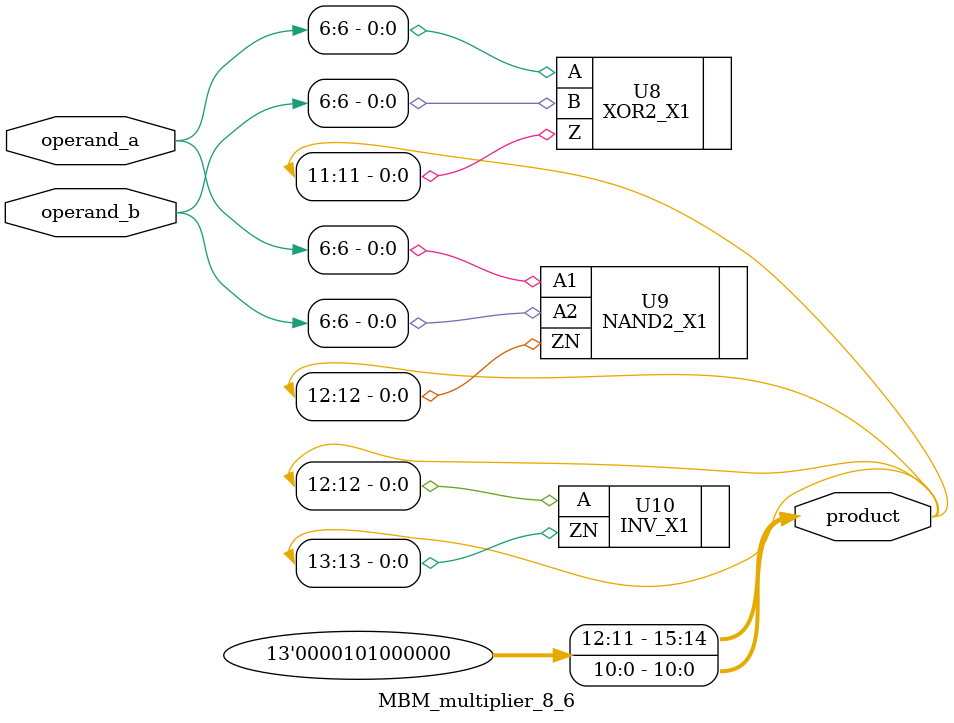
<source format=v>


module MBM_multiplier_8_6 ( operand_a, operand_b, product );
  input [7:0] operand_a;
  input [7:0] operand_b;
  output [15:0] product;

  assign product[0] = 1'b0;
  assign product[1] = 1'b0;
  assign product[2] = 1'b0;
  assign product[3] = 1'b0;
  assign product[4] = 1'b0;
  assign product[5] = 1'b0;
  assign product[7] = 1'b0;
  assign product[9] = 1'b0;
  assign product[10] = 1'b0;
  assign product[14] = 1'b0;
  assign product[15] = 1'b0;
  assign product[6] = 1'b1;
  assign product[8] = 1'b1;

  XOR2_X1 U8 ( .A(operand_a[6]), .B(operand_b[6]), .Z(product[11]) );
  NAND2_X1 U9 ( .A1(operand_a[6]), .A2(operand_b[6]), .ZN(product[12]) );
  INV_X1 U10 ( .A(product[12]), .ZN(product[13]) );
endmodule


</source>
